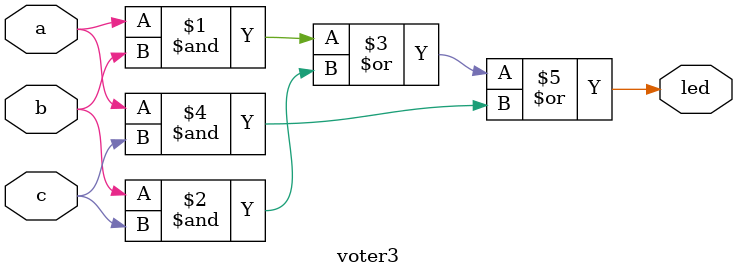
<source format=v>
`timescale 1ns / 1ps

module voter3(
    input           a   ,          
    input           b   ,
    input           c   ,
    output          led 
);
          
assign 	led = (a&b)|(b&c)|(a&c);  

endmodule
</source>
